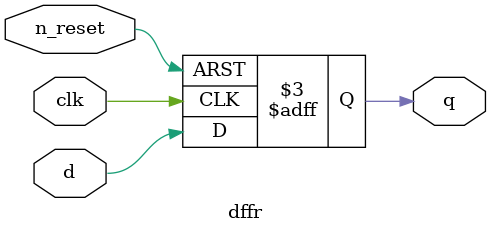
<source format=sv>

module dffr (output logic q,
              input logic d, clk, n_reset);

always_ff @(posedge clk,
            negedge n_reset)
    
    if (!n_reset)
        q <= '0;
    else
        q <= d;
        
endmodule
</source>
